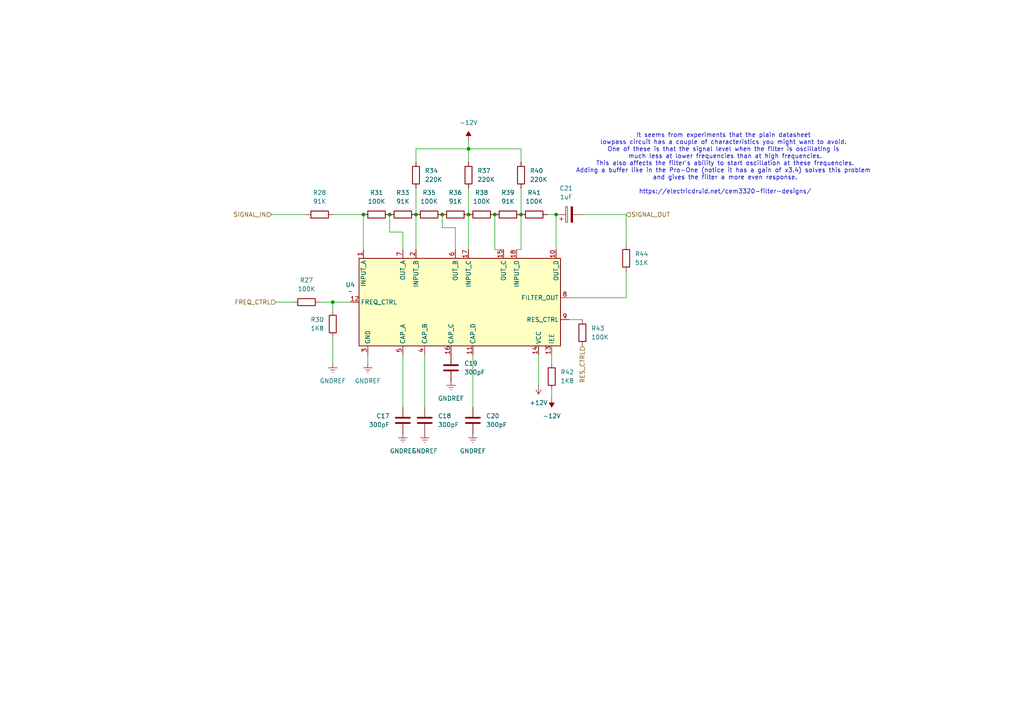
<source format=kicad_sch>
(kicad_sch (version 20231120) (generator "eeschema") (generator_version "8.0")
  (paper "A4")
  (lib_symbols
    (symbol "Device:C_Polarized" (pin_numbers hide) (pin_names (offset 0.254))
      (property "Reference" "C" (at 0.635 2.54 0))
      (property "Value" "C_Polarized" (at 0.635 -2.54 0))
      (symbol "C_Polarized_0_1"
        (rectangle (start -2.286 0.508) (end 2.286 1.016))
        (polyline (pts (xy -1.778 2.286) (xy -0.762 2.286)))
        (polyline (pts (xy -1.27 2.794) (xy -1.27 1.778)))
        (rectangle (start 2.286 -0.508) (end -2.286 -1.016) (fill (type outline)))
      )
      (symbol "C_Polarized_1_1"
        (pin passive line (at 0 3.81 270) (length 2.794) (name "~") (number "1"))
        (pin passive line (at 0 -3.81 90) (length 2.794) (name "~") (number "2"))
      )
    )
    (symbol "power:+12V" (power) (pin_numbers hide) (pin_names (offset 0) hide)
      (property "Value" "+12V" (at 0 3.556 0))
      (symbol "+12V_0_1"
        (polyline (pts (xy -0.762 1.27) (xy 0 2.54)))
        (polyline (pts (xy 0 0) (xy 0 2.54)))
        (polyline (pts (xy 0 2.54) (xy 0.762 1.27)))
      )
      (symbol "+12V_1_1"
        (pin power_in line (at 0 0 90) (length 0) (name "~") (number "1"))
      )
    )
    (symbol "power:-12V" (power) (pin_numbers hide) (pin_names (offset 0) hide)
      (property "Value" "-12V" (at 0 3.556 0))
      (symbol "-12V_0_0"
        (pin power_in line (at 0 0 90) (length 0) (name "~") (number "1"))
      )
      (symbol "-12V_0_1"
        (polyline (pts (xy 0 0) (xy 0 1.27) (xy 0.762 1.27) (xy 0 2.54) (xy -0.762 1.27) (xy 0 1.27)) (fill (type outline)))
      )
    )
    (symbol "power:GNDREF" (power) (pin_numbers hide) (pin_names (offset 0) hide)
      (property "Value" "GNDREF" (at 0 -3.81 0))
      (symbol "GNDREF_0_1"
        (polyline (pts (xy -0.635 -1.905) (xy 0.635 -1.905)))
        (polyline (pts (xy -0.127 -2.54) (xy 0.127 -2.54)))
        (polyline (pts (xy 0 -1.27) (xy 0 0)))
        (polyline (pts (xy 1.27 -1.27) (xy -1.27 -1.27)))
      )
      (symbol "GNDREF_1_1"
        (pin power_in line (at 0 0 270) (length 0) (name "~") (number "1"))
      )
    )
    (symbol "synth:CEM3320_alt"
      (property "Reference" "U" (at -9.144 13.716 0))
      (symbol "CEM3320_alt_0_1"
        (rectangle (start -29.21 12.7) (end 29.21 -12.7) (stroke (width 0.254)) (fill (type background)))
      )
      (symbol "CEM3320_alt_1_1"
        (pin input line (at -27.94 15.24 270) (length 2.54) (name "INPUT_A") (number "1"))
        (pin output line (at 27.94 15.24 270) (length 2.54) (name "OUT_D") (number "10"))
        (pin passive line (at 3.81 -15.24 90) (length 2.54) (name "CAP_D") (number "11"))
        (pin input line (at -31.75 0 0) (length 2.54) (name "FREQ_CTRL") (number "12"))
        (pin power_in line (at 26.67 -15.24 90) (length 2.54) (name "IEE") (number "13"))
        (pin power_in line (at 22.86 -15.24 90) (length 2.54) (name "VCC") (number "14"))
        (pin output line (at 12.7 15.24 270) (length 2.54) (name "OUT_C") (number "15"))
        (pin passive line (at -2.54 -15.24 90) (length 2.54) (name "CAP_C") (number "16"))
        (pin input line (at 2.54 15.24 270) (length 2.54) (name "INPUT_C") (number "17"))
        (pin input line (at 16.51 15.24 270) (length 2.54) (name "INPUT_D") (number "18"))
        (pin input line (at -12.7 15.24 270) (length 2.54) (name "INPUT_B") (number "2"))
        (pin power_in line (at -26.67 -15.24 90) (length 2.54) (name "GND") (number "3"))
        (pin passive line (at -10.16 -15.24 90) (length 2.54) (name "CAP_B") (number "4"))
        (pin passive line (at -16.51 -15.24 90) (length 2.54) (name "CAP_A") (number "5"))
        (pin output line (at -1.27 15.24 270) (length 2.54) (name "OUT_B") (number "6"))
        (pin output line (at -16.51 15.24 270) (length 2.54) (name "OUT_A") (number "7"))
        (pin output line (at 31.75 1.27 180) (length 2.54) (name "FILTER_OUT") (number "8"))
        (pin input line (at 31.75 -5.08 180) (length 2.54) (name "RES_CTRL") (number "9"))
      )
    )
    (symbol "synth:C_sm (MKS)" (pin_numbers hide) (pin_names (offset 0.254))
      (property "Reference" "C" (at 2.794 1.27 0))
      (property "Value" "C_sm (MKS)" (at 2.794 -1.016 0))
      (symbol "C_sm (MKS)_0_1"
        (polyline (pts (xy -2.032 -0.762) (xy 2.032 -0.762)) (stroke (width 0.508)))
        (polyline (pts (xy -2.032 0.762) (xy 2.032 0.762)) (stroke (width 0.508)))
      )
      (symbol "C_sm (MKS)_1_1"
        (pin passive line (at 0 3.81 270) (length 2.794) (name "~") (number "1"))
        (pin passive line (at 0 -3.81 90) (length 2.794) (name "~") (number "2"))
      )
    )
    (symbol "synth:R_Default" (pin_numbers hide) (pin_names (offset 0))
      (property "Reference" "R" (at -2.032 0 90))
      (property "Value" "R1" (at 2.032 0 90))
      (symbol "R_Default_0_1"
        (rectangle (start 1.016 -2.54) (end -1.016 2.54) (stroke (width 0.254)))
      )
      (symbol "R_Default_1_1"
        (pin passive line (at 0 -3.81 90) (length 1.27) (name "~") (number "1"))
        (pin passive line (at 0 3.81 270) (length 1.27) (name "~") (number "2"))
      )
    )
  )
  (junction (at 96.52 87.63))
  (junction (at 135.89 62.23))
  (junction (at 120.65 62.23))
  (junction (at 161.29 62.23))
  (junction (at 113.03 62.23))
  (junction (at 143.51 62.23))
  (junction (at 105.41 62.23))
  (junction (at 135.89 43.18))
  (junction (at 128.27 62.23))
  (junction (at 151.13 62.23))
  (wire (pts (xy 135.89 54.61) (xy 135.89 62.23)))
  (wire (pts (xy 120.65 54.61) (xy 120.65 62.23)))
  (wire (pts (xy 78.74 62.23) (xy 88.9 62.23)))
  (wire (pts (xy 105.41 62.23) (xy 105.41 72.39)))
  (wire (pts (xy 151.13 54.61) (xy 151.13 62.23)))
  (wire (pts (xy 149.86 72.39) (xy 151.13 72.39)))
  (wire (pts (xy 80.01 87.63) (xy 85.09 87.63)))
  (wire (pts (xy 96.52 62.23) (xy 105.41 62.23)))
  (wire (pts (xy 181.61 78.74) (xy 181.61 86.36)))
  (wire (pts (xy 92.71 87.63) (xy 96.52 87.63)))
  (wire (pts (xy 168.91 92.71) (xy 165.1 92.71)))
  (wire (pts (xy 96.52 87.63) (xy 101.6 87.63)))
  (wire (pts (xy 132.08 66.04) (xy 132.08 72.39)))
  (wire (pts (xy 135.89 43.18) (xy 151.13 43.18)))
  (wire (pts (xy 116.84 118.11) (xy 116.84 102.87)))
  (wire (pts (xy 120.65 43.18) (xy 120.65 46.99)))
  (wire (pts (xy 161.29 62.23) (xy 161.29 72.39)))
  (wire (pts (xy 181.61 62.23) (xy 168.91 62.23)))
  (wire (pts (xy 137.16 118.11) (xy 137.16 102.87)))
  (wire (pts (xy 135.89 72.39) (xy 135.89 62.23)))
  (wire (pts (xy 143.51 72.39) (xy 146.05 72.39)))
  (wire (pts (xy 135.89 40.64) (xy 135.89 43.18)))
  (wire (pts (xy 151.13 43.18) (xy 151.13 46.99)))
  (wire (pts (xy 113.03 67.31) (xy 116.84 67.31)))
  (wire (pts (xy 106.68 105.41) (xy 106.68 102.87)))
  (wire (pts (xy 160.02 115.57) (xy 160.02 113.03)))
  (wire (pts (xy 160.02 105.41) (xy 160.02 102.87)))
  (wire (pts (xy 151.13 72.39) (xy 151.13 62.23)))
  (wire (pts (xy 158.75 62.23) (xy 161.29 62.23)))
  (wire (pts (xy 156.21 111.76) (xy 156.21 102.87)))
  (wire (pts (xy 113.03 67.31) (xy 113.03 62.23)))
  (wire (pts (xy 120.65 72.39) (xy 120.65 62.23)))
  (wire (pts (xy 135.89 43.18) (xy 135.89 46.99)))
  (wire (pts (xy 120.65 43.18) (xy 135.89 43.18)))
  (wire (pts (xy 181.61 86.36) (xy 165.1 86.36)))
  (wire (pts (xy 143.51 62.23) (xy 143.51 72.39)))
  (wire (pts (xy 123.19 118.11) (xy 123.19 102.87)))
  (wire (pts (xy 128.27 62.23) (xy 128.27 66.04)))
  (wire (pts (xy 96.52 90.17) (xy 96.52 87.63)))
  (wire (pts (xy 181.61 62.23) (xy 181.61 71.12)))
  (wire (pts (xy 96.52 105.41) (xy 96.52 97.79)))
  (wire (pts (xy 128.27 66.04) (xy 132.08 66.04)))
  (wire (pts (xy 116.84 67.31) (xy 116.84 72.39)))
  (text "It seems from experiments that the plain datasheet \nlowpass circuit has a couple of characteristics you might want to avoid. \nOne of these is that the signal level when the filter is oscillating is \nmuch less at lower frequencies than at high frequencies.\n This also affects the filter's ability to start oscillation at these frequencies. \nAdding a buffer like in the Pro-One (notice it has a gain of x3.4) solves this problem \nand gives the filter a more even response.\n\nhttps://electricdruid.net/cem3320-filter-designs/" (at 210.312 47.498 0) (effects (font (size 1.27 1.27))))
  (hierarchical_label "SIGNAL_IN" (shape input) (at 78.74 62.23 180))
  (hierarchical_label "FREQ_CTRL" (shape input) (at 80.01 87.63 180))
  (hierarchical_label "SIGNAL_OUT" (shape input) (at 181.61 62.23 0))
  (hierarchical_label "RES_CTRL" (shape input) (at 168.91 100.33 270))
  (symbol (lib_id "synth:R_Default") (at 168.91 96.52 180) (unit 1)
    (property "Reference" "R43" (at 171.45 95.2499 0) (effects (justify right)))
    (property "Value" "100K" (at 171.45 97.7899 0) (effects (justify right)))
    (property "Footprint" "Synth:R_Default (DIN0207)" (effects (hide yes)))
    (property "Description" "Resistor" (effects (hide yes)))
  )
  (symbol (lib_id "synth:R_Default") (at 116.84 62.23 90) (unit 1)
    (property "Reference" "R33" (at 116.84 55.88 90))
    (property "Value" "91K" (at 116.84 58.42 90))
    (property "Footprint" "Synth:R_Default (DIN0207)" (effects (hide yes)))
    (property "Description" "Resistor" (effects (hide yes)))
  )
  (symbol (lib_id "power:GNDREF") (at 96.52 105.41 0) (unit 1)
    (property "Reference" "#PWR039" (effects (hide yes)))
    (property "Value" "GNDREF" (at 96.52 110.49 0))
    (property "Description" "Power symbol creates a global label with name \"GNDREF\" , reference supply ground" (effects (hide yes)))
  )
  (symbol (lib_id "power:GNDREF") (at 137.16 125.73 0) (unit 1)
    (property "Reference" "#PWR047" (effects (hide yes)))
    (property "Value" "GNDREF" (at 137.16 130.81 0))
    (property "Description" "Power symbol creates a global label with name \"GNDREF\" , reference supply ground" (effects (hide yes)))
  )
  (symbol (lib_id "synth:R_Default") (at 124.46 62.23 90) (unit 1)
    (property "Reference" "R35" (at 124.46 55.88 90))
    (property "Value" "100K" (at 124.46 58.42 90))
    (property "Footprint" "Synth:R_Default (DIN0207)" (effects (hide yes)))
    (property "Description" "Resistor" (effects (hide yes)))
  )
  (symbol (lib_id "synth:R_Default") (at 154.94 62.23 90) (unit 1)
    (property "Reference" "R41" (at 154.94 55.88 90))
    (property "Value" "100K" (at 154.94 58.42 90))
    (property "Footprint" "Synth:R_Default (DIN0207)" (effects (hide yes)))
    (property "Description" "Resistor" (effects (hide yes)))
  )
  (symbol (lib_id "power:-12V") (at 160.02 115.57 180) (unit 1)
    (property "Reference" "#PWR049" (effects (hide yes)))
    (property "Value" "-12V" (at 160.02 120.65 0))
    (property "Description" "Power symbol creates a global label with name \"-12V\"" (effects (hide yes)))
  )
  (symbol (lib_id "synth:R_Default") (at 109.22 62.23 90) (unit 1)
    (property "Reference" "R31" (at 109.22 55.88 90))
    (property "Value" "100K" (at 109.22 58.42 90))
    (property "Footprint" "Synth:R_Default (DIN0207)" (effects (hide yes)))
    (property "Description" "Resistor" (effects (hide yes)))
  )
  (symbol (lib_id "synth:R_Default") (at 160.02 109.22 180) (unit 1)
    (property "Reference" "R42" (at 162.56 107.9499 0) (effects (justify right)))
    (property "Value" "1K8" (at 162.56 110.4899 0) (effects (justify right)))
    (property "Footprint" "Synth:R_Default (DIN0207)" (effects (hide yes)))
    (property "Description" "Resistor" (effects (hide yes)))
  )
  (symbol (lib_id "synth:R_Default") (at 135.89 50.8 180) (unit 1)
    (property "Reference" "R37" (at 138.43 49.5299 0) (effects (justify right)))
    (property "Value" "220K" (at 138.43 52.0699 0) (effects (justify right)))
    (property "Footprint" "Synth:R_Default (DIN0207)" (effects (hide yes)))
    (property "Description" "Resistor" (effects (hide yes)))
  )
  (symbol (lib_id "power:GNDREF") (at 130.81 110.49 0) (unit 1)
    (property "Reference" "#PWR045" (effects (hide yes)))
    (property "Value" "GNDREF" (at 130.81 115.57 0))
    (property "Description" "Power symbol creates a global label with name \"GNDREF\" , reference supply ground" (effects (hide yes)))
  )
  (symbol (lib_id "synth:R_Default") (at 92.71 62.23 90) (unit 1)
    (property "Reference" "R28" (at 92.71 55.88 90))
    (property "Value" "91K" (at 92.71 58.42 90))
    (property "Footprint" "Synth:R_Default (DIN0207)" (effects (hide yes)))
    (property "Description" "Resistor" (effects (hide yes)))
  )
  (symbol (lib_id "synth:R_Default") (at 147.32 62.23 90) (unit 1)
    (property "Reference" "R39" (at 147.32 55.88 90))
    (property "Value" "91K" (at 147.32 58.42 90))
    (property "Footprint" "Synth:R_Default (DIN0207)" (effects (hide yes)))
    (property "Description" "Resistor" (effects (hide yes)))
  )
  (symbol (lib_id "power:GNDREF") (at 106.68 105.41 0) (unit 1)
    (property "Reference" "#PWR041" (effects (hide yes)))
    (property "Value" "GNDREF" (at 106.68 110.49 0))
    (property "Description" "Power symbol creates a global label with name \"GNDREF\" , reference supply ground" (effects (hide yes)))
  )
  (symbol (lib_id "synth:C_sm (MKS)") (at 123.19 121.92 180) (unit 1)
    (property "Reference" "C18" (at 127 120.6499 0) (effects (justify right)))
    (property "Value" "300pF" (at 127 123.1899 0) (effects (justify right)))
    (property "Footprint" "Synth:C_RECT_WIMA_0.1uF" (effects (hide yes)))
    (property "Description" "Unpolarized capacitor" (effects (hide yes)))
  )
  (symbol (lib_id "power:GNDREF") (at 116.84 125.73 0) (unit 1)
    (property "Reference" "#PWR042" (effects (hide yes)))
    (property "Value" "GNDREF" (at 116.84 130.81 0))
    (property "Description" "Power symbol creates a global label with name \"GNDREF\" , reference supply ground" (effects (hide yes)))
  )
  (symbol (lib_id "synth:C_sm (MKS)") (at 116.84 121.92 180) (unit 1)
    (property "Reference" "C17" (at 113.03 120.6499 0) (effects (justify left)))
    (property "Value" "300pF" (at 113.03 123.1899 0) (effects (justify left)))
    (property "Footprint" "Synth:C_RECT_WIMA_0.1uF" (effects (hide yes)))
    (property "Description" "Unpolarized capacitor" (effects (hide yes)))
  )
  (symbol (lib_id "power:+12V") (at 156.21 111.76 180) (unit 1)
    (property "Reference" "#PWR048" (effects (hide yes)))
    (property "Value" "+12V" (at 156.21 116.84 0))
    (property "Description" "Power symbol creates a global label with name \"+12V\"" (effects (hide yes)))
  )
  (symbol (lib_id "synth:R_Default") (at 96.52 93.98 180) (unit 1)
    (property "Reference" "R30" (at 93.98 92.7099 0) (effects (justify left)))
    (property "Value" "1K8" (at 93.98 95.2499 0) (effects (justify left)))
    (property "Footprint" "Synth:R_Default (DIN0207)" (effects (hide yes)))
    (property "Description" "Resistor" (effects (hide yes)))
  )
  (symbol (lib_id "Device:C_Polarized") (at 165.1 62.23 90) (unit 1)
    (property "Reference" "C21" (at 164.211 54.61 90))
    (property "Value" "1uF" (at 164.211 57.15 90))
    (property "Footprint" "Capacitor_THT:CP_Radial_D4.0mm_P2.00mm" (effects (hide yes)))
    (property "Description" "Polarized capacitor" (effects (hide yes)))
  )
  (symbol (lib_id "synth:R_Default") (at 88.9 87.63 90) (unit 1)
    (property "Reference" "R27" (at 88.9 81.28 90))
    (property "Value" "100K" (at 88.9 83.82 90))
    (property "Footprint" "Synth:R_Default (DIN0207)" (effects (hide yes)))
    (property "Description" "Resistor" (effects (hide yes)))
  )
  (symbol (lib_id "synth:R_Default") (at 120.65 50.8 180) (unit 1)
    (property "Reference" "R34" (at 123.19 49.5299 0) (effects (justify right)))
    (property "Value" "220K" (at 123.19 52.0699 0) (effects (justify right)))
    (property "Footprint" "Synth:R_Default (DIN0207)" (effects (hide yes)))
    (property "Description" "Resistor" (effects (hide yes)))
  )
  (symbol (lib_id "power:-12V") (at 135.89 40.64 0) (unit 1)
    (property "Reference" "#PWR046" (effects (hide yes)))
    (property "Value" "-12V" (at 135.89 35.56 0))
    (property "Description" "Power symbol creates a global label with name \"-12V\"" (effects (hide yes)))
  )
  (symbol (lib_id "synth:CEM3320_alt") (at 133.35 87.63 0) (unit 1)
    (property "Reference" "U4" (at 101.6 82.5814 0))
    (property "Value" "~" (at 101.6 84.4865 0))
    (property "Footprint" "Package_DIP:DIP-18_W7.62mm_Socket_LongPads" (effects (hide yes)))
    (property "Datasheet" "https://www.bustedgear.com/images/datasheets/CEM3320.pdf" (effects (hide yes)))
  )
  (symbol (lib_id "synth:R_Default") (at 151.13 50.8 180) (unit 1)
    (property "Reference" "R40" (at 153.67 49.5299 0) (effects (justify right)))
    (property "Value" "220K" (at 153.67 52.0699 0) (effects (justify right)))
    (property "Footprint" "Synth:R_Default (DIN0207)" (effects (hide yes)))
    (property "Description" "Resistor" (effects (hide yes)))
  )
  (symbol (lib_id "synth:R_Default") (at 139.7 62.23 90) (unit 1)
    (property "Reference" "R38" (at 139.7 55.88 90))
    (property "Value" "100K" (at 139.7 58.42 90))
    (property "Footprint" "Synth:R_Default (DIN0207)" (effects (hide yes)))
    (property "Description" "Resistor" (effects (hide yes)))
  )
  (symbol (lib_id "synth:C_sm (MKS)") (at 137.16 121.92 180) (unit 1)
    (property "Reference" "C20" (at 140.97 120.6499 0) (effects (justify right)))
    (property "Value" "300pF" (at 140.97 123.1899 0) (effects (justify right)))
    (property "Footprint" "Synth:C_RECT_WIMA_0.1uF" (effects (hide yes)))
    (property "Description" "Unpolarized capacitor" (effects (hide yes)))
  )
  (symbol (lib_id "synth:R_Default") (at 181.61 74.93 180) (unit 1)
    (property "Reference" "R44" (at 184.15 73.6599 0) (effects (justify right)))
    (property "Value" "51K" (at 184.15 76.1999 0) (effects (justify right)))
    (property "Footprint" "Synth:R_Default (DIN0207)" (effects (hide yes)))
    (property "Description" "Resistor" (effects (hide yes)))
  )
  (symbol (lib_id "synth:C_sm (MKS)") (at 130.81 106.68 180) (unit 1)
    (property "Reference" "C19" (at 134.62 105.4099 0) (effects (justify right)))
    (property "Value" "300pF" (at 134.62 107.9499 0) (effects (justify right)))
    (property "Footprint" "Synth:C_RECT_WIMA_0.1uF" (effects (hide yes)))
    (property "Description" "Unpolarized capacitor" (effects (hide yes)))
  )
  (symbol (lib_id "synth:R_Default") (at 132.08 62.23 90) (unit 1)
    (property "Reference" "R36" (at 132.08 55.88 90))
    (property "Value" "91K" (at 132.08 58.42 90))
    (property "Footprint" "Synth:R_Default (DIN0207)" (effects (hide yes)))
    (property "Description" "Resistor" (effects (hide yes)))
  )
  (symbol (lib_id "power:GNDREF") (at 123.19 125.73 0) (unit 1)
    (property "Reference" "#PWR043" (effects (hide yes)))
    (property "Value" "GNDREF" (at 123.19 130.81 0))
    (property "Description" "Power symbol creates a global label with name \"GNDREF\" , reference supply ground" (effects (hide yes)))
  )
)
</source>
